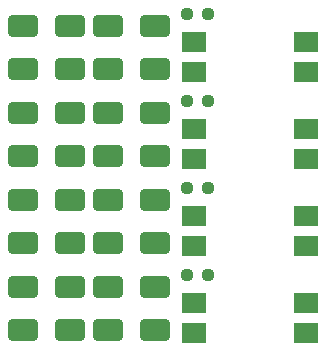
<source format=gbr>
%TF.GenerationSoftware,KiCad,Pcbnew,7.0.10*%
%TF.CreationDate,2024-01-09T12:30:03+01:00*%
%TF.ProjectId,CS_ADD_ON,43535f41-4444-45f4-9f4e-2e6b69636164,rev?*%
%TF.SameCoordinates,Original*%
%TF.FileFunction,Paste,Top*%
%TF.FilePolarity,Positive*%
%FSLAX46Y46*%
G04 Gerber Fmt 4.6, Leading zero omitted, Abs format (unit mm)*
G04 Created by KiCad (PCBNEW 7.0.10) date 2024-01-09 12:30:03*
%MOMM*%
%LPD*%
G01*
G04 APERTURE LIST*
G04 Aperture macros list*
%AMRoundRect*
0 Rectangle with rounded corners*
0 $1 Rounding radius*
0 $2 $3 $4 $5 $6 $7 $8 $9 X,Y pos of 4 corners*
0 Add a 4 corners polygon primitive as box body*
4,1,4,$2,$3,$4,$5,$6,$7,$8,$9,$2,$3,0*
0 Add four circle primitives for the rounded corners*
1,1,$1+$1,$2,$3*
1,1,$1+$1,$4,$5*
1,1,$1+$1,$6,$7*
1,1,$1+$1,$8,$9*
0 Add four rect primitives between the rounded corners*
20,1,$1+$1,$2,$3,$4,$5,0*
20,1,$1+$1,$4,$5,$6,$7,0*
20,1,$1+$1,$6,$7,$8,$9,0*
20,1,$1+$1,$8,$9,$2,$3,0*%
G04 Aperture macros list end*
%ADD10R,2.000000X1.780000*%
%ADD11RoundRect,0.237500X-0.250000X-0.237500X0.250000X-0.237500X0.250000X0.237500X-0.250000X0.237500X0*%
%ADD12RoundRect,0.250000X-1.000000X-0.650000X1.000000X-0.650000X1.000000X0.650000X-1.000000X0.650000X0*%
%ADD13RoundRect,0.250000X1.000000X0.650000X-1.000000X0.650000X-1.000000X-0.650000X1.000000X-0.650000X0*%
G04 APERTURE END LIST*
D10*
%TO.C,U501*%
X191074000Y-115443000D03*
X191074000Y-117983000D03*
X181544000Y-117983000D03*
X181544000Y-115443000D03*
%TD*%
%TO.C,U401*%
X191074000Y-122809000D03*
X191074000Y-125349000D03*
X181544000Y-125349000D03*
X181544000Y-122809000D03*
%TD*%
%TO.C,U301*%
X191074000Y-130175000D03*
X191074000Y-132715000D03*
X181544000Y-132715000D03*
X181544000Y-130175000D03*
%TD*%
%TO.C,U201*%
X181544000Y-137541000D03*
X181544000Y-140081000D03*
X191074000Y-140081000D03*
X191074000Y-137541000D03*
%TD*%
D11*
%TO.C,R501*%
X182776500Y-113030000D03*
X180951500Y-113030000D03*
%TD*%
%TO.C,R401*%
X182776500Y-120396000D03*
X180951500Y-120396000D03*
%TD*%
%TO.C,R301*%
X182776500Y-127762000D03*
X180951500Y-127762000D03*
%TD*%
%TO.C,R201*%
X182776500Y-135128000D03*
X180951500Y-135128000D03*
%TD*%
D12*
%TO.C,D504*%
X171044000Y-114073000D03*
X167044000Y-114073000D03*
%TD*%
%TO.C,D503*%
X178276000Y-114046000D03*
X174276000Y-114046000D03*
%TD*%
D13*
%TO.C,D502*%
X167037000Y-117729000D03*
X171037000Y-117729000D03*
%TD*%
%TO.C,D501*%
X174276000Y-117729000D03*
X178276000Y-117729000D03*
%TD*%
D12*
%TO.C,D404*%
X171044000Y-121439000D03*
X167044000Y-121439000D03*
%TD*%
%TO.C,D403*%
X178276000Y-121412000D03*
X174276000Y-121412000D03*
%TD*%
D13*
%TO.C,D402*%
X167037000Y-125095000D03*
X171037000Y-125095000D03*
%TD*%
%TO.C,D401*%
X174276000Y-125095000D03*
X178276000Y-125095000D03*
%TD*%
D12*
%TO.C,D304*%
X171044000Y-128805000D03*
X167044000Y-128805000D03*
%TD*%
%TO.C,D303*%
X178276000Y-128778000D03*
X174276000Y-128778000D03*
%TD*%
D13*
%TO.C,D302*%
X167037000Y-132461000D03*
X171037000Y-132461000D03*
%TD*%
%TO.C,D301*%
X174276000Y-132461000D03*
X178276000Y-132461000D03*
%TD*%
D12*
%TO.C,D204*%
X171044000Y-136171000D03*
X167044000Y-136171000D03*
%TD*%
%TO.C,D203*%
X178276000Y-136144000D03*
X174276000Y-136144000D03*
%TD*%
D13*
%TO.C,D202*%
X167037000Y-139827000D03*
X171037000Y-139827000D03*
%TD*%
%TO.C,D201*%
X174276000Y-139827000D03*
X178276000Y-139827000D03*
%TD*%
M02*

</source>
